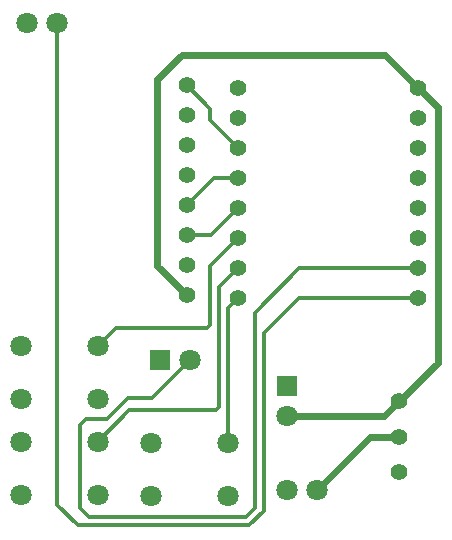
<source format=gbr>
%TF.GenerationSoftware,KiCad,Pcbnew,9.0.4+1*%
%TF.CreationDate,2025-09-23T18:14:48+02:00*%
%TF.ProjectId,PCB,5043422e-6b69-4636-9164-5f7063625858,rev?*%
%TF.SameCoordinates,Original*%
%TF.FileFunction,Copper,L1,Top*%
%TF.FilePolarity,Positive*%
%FSLAX46Y46*%
G04 Gerber Fmt 4.6, Leading zero omitted, Abs format (unit mm)*
G04 Created by KiCad (PCBNEW 9.0.4+1) date 2025-09-23 18:14:48*
%MOMM*%
%LPD*%
G01*
G04 APERTURE LIST*
%TA.AperFunction,ComponentPad*%
%ADD10C,1.800000*%
%TD*%
%TA.AperFunction,ComponentPad*%
%ADD11C,1.400000*%
%TD*%
%TA.AperFunction,ComponentPad*%
%ADD12R,1.800000X1.800000*%
%TD*%
%TA.AperFunction,Conductor*%
%ADD13C,0.300000*%
%TD*%
%TA.AperFunction,Conductor*%
%ADD14C,0.600000*%
%TD*%
G04 APERTURE END LIST*
D10*
%TO.P,J1,1,Pin_1*%
%TO.N,GND*%
X-209540000Y12500000D03*
%TO.P,J1,2,Pin_2*%
%TO.N,Net-(J1-Pin_2)*%
X-207000000Y12500000D03*
%TD*%
%TO.P,J2,1,Pin_1*%
%TO.N,GND*%
X-187540000Y-27000000D03*
%TO.P,J2,2,Pin_2*%
%TO.N,Net-(J2-Pin_2)*%
X-185000000Y-27000000D03*
%TD*%
D11*
%TO.P,U1,0*%
%TO.N,Net-(J1-Pin_2)*%
X-176385000Y-10755000D03*
%TO.P,U1,1*%
%TO.N,Net-(D1-A)*%
X-176385000Y-8215000D03*
%TO.P,U1,2*%
%TO.N,unconnected-(U1-Pad2)*%
X-176385000Y-5675000D03*
%TO.P,U1,3*%
%TO.N,unconnected-(U1-Pad3)*%
X-176385000Y-3135000D03*
%TO.P,U1,3V3,3V3*%
%TO.N,unconnected-(U1-Pad3V3)*%
X-176385000Y1945000D03*
%TO.P,U1,4*%
%TO.N,unconnected-(U1-Pad4)*%
X-176385000Y-595000D03*
%TO.P,U1,5*%
%TO.N,unconnected-(U1-Pad5)*%
X-191625000Y7025000D03*
%TO.P,U1,5V,5V*%
%TO.N,VCC*%
X-176385000Y7025000D03*
%TO.P,U1,6*%
%TO.N,unconnected-(U1-Pad6)*%
X-191625000Y4485000D03*
%TO.P,U1,7*%
%TO.N,Net-(U2-INT)*%
X-191625000Y1945000D03*
%TO.P,U1,8,SDA*%
%TO.N,Net-(U1-SDA)*%
X-191625000Y-595000D03*
%TO.P,U1,9,SCL*%
%TO.N,Net-(U1-SCL)*%
X-191625000Y-3135000D03*
%TO.P,U1,10*%
%TO.N,Net-(SW1-Pad1)*%
X-191625000Y-5675000D03*
%TO.P,U1,20*%
%TO.N,Net-(SW2-Pad1)*%
X-191625000Y-8215000D03*
%TO.P,U1,21*%
%TO.N,Net-(SW3-Pad1)*%
X-191625000Y-10755000D03*
%TO.P,U1,GND,GND*%
%TO.N,GND*%
X-176385000Y4485000D03*
%TD*%
%TO.P,SW4,1,A*%
%TO.N,VCC*%
X-178000000Y-19500000D03*
%TO.P,SW4,2,B*%
%TO.N,Net-(J2-Pin_2)*%
X-178000000Y-22500000D03*
%TO.P,SW4,3,C*%
%TO.N,unconnected-(SW4A-C-Pad3)*%
X-178000000Y-25500000D03*
%TD*%
D10*
%TO.P,SW2,1,1*%
%TO.N,Net-(SW2-Pad1)*%
X-203500000Y-22900000D03*
%TO.P,SW2,2,2*%
%TO.N,unconnected-(SW2-Pad2)*%
X-210000000Y-22900000D03*
%TO.P,SW2,3,K*%
%TO.N,unconnected-(SW2-K-Pad3)*%
X-210000000Y-27400000D03*
%TO.P,SW2,4,A*%
%TO.N,GND*%
X-203500000Y-27400000D03*
%TD*%
D11*
%TO.P,U2,1,VCC*%
%TO.N,VCC*%
X-196000000Y-10500000D03*
%TO.P,U2,2,GND*%
%TO.N,GND*%
X-196000000Y-7960000D03*
%TO.P,U2,3,SCL*%
%TO.N,Net-(U1-SCL)*%
X-196000000Y-5420000D03*
%TO.P,U2,4,SDA*%
%TO.N,Net-(U1-SDA)*%
X-196000000Y-2880000D03*
%TO.P,U2,5,XDA*%
%TO.N,unconnected-(U2-XDA-Pad5)*%
X-196000000Y-340000D03*
%TO.P,U2,6,XCL*%
%TO.N,unconnected-(U2-XCL-Pad6)*%
X-196000000Y2200000D03*
%TO.P,U2,7,ADO*%
%TO.N,unconnected-(U2-ADO-Pad7)*%
X-196000000Y4740000D03*
%TO.P,U2,8,INT*%
%TO.N,Net-(U2-INT)*%
X-196000000Y7280000D03*
%TD*%
D10*
%TO.P,SW3,1,1*%
%TO.N,Net-(SW3-Pad1)*%
X-192500000Y-23000000D03*
%TO.P,SW3,2,2*%
%TO.N,unconnected-(SW3-Pad2)*%
X-199000000Y-23000000D03*
%TO.P,SW3,3,K*%
%TO.N,unconnected-(SW3-K-Pad3)*%
X-199000000Y-27500000D03*
%TO.P,SW3,4,A*%
%TO.N,GND*%
X-192500000Y-27500000D03*
%TD*%
D12*
%TO.P,D1,1,K*%
%TO.N,GND*%
X-198270000Y-16000000D03*
D10*
%TO.P,D1,2,A*%
%TO.N,Net-(D1-A)*%
X-195730000Y-16000000D03*
%TD*%
D12*
%TO.P,D2,1,K*%
%TO.N,GND*%
X-187500000Y-18230000D03*
D10*
%TO.P,D2,2,A*%
%TO.N,VCC*%
X-187500000Y-20770000D03*
%TD*%
%TO.P,SW1,1,1*%
%TO.N,Net-(SW1-Pad1)*%
X-203500000Y-14800000D03*
%TO.P,SW1,2,2*%
%TO.N,unconnected-(SW1-Pad2)*%
X-210000000Y-14800000D03*
%TO.P,SW1,3,K*%
%TO.N,unconnected-(SW1-K-Pad3)*%
X-210000000Y-19300000D03*
%TO.P,SW1,4,A*%
%TO.N,GND*%
X-203500000Y-19300000D03*
%TD*%
D13*
%TO.N,Net-(D1-A)*%
X-202750000Y-21000000D02*
X-201000000Y-19250000D01*
X-190250000Y-28500000D02*
X-191000000Y-29250000D01*
X-190250000Y-12000000D02*
X-190250000Y-28500000D01*
X-205000000Y-28500000D02*
X-205000000Y-21500000D01*
X-201000000Y-19250000D02*
X-198980000Y-19250000D01*
X-186465000Y-8215000D02*
X-190250000Y-12000000D01*
X-191000000Y-29250000D02*
X-204250000Y-29250000D01*
X-204500000Y-21000000D02*
X-202750000Y-21000000D01*
X-176385000Y-8215000D02*
X-186465000Y-8215000D01*
X-198980000Y-19250000D02*
X-195730000Y-16000000D01*
X-204250000Y-29250000D02*
X-205000000Y-28500000D01*
X-205000000Y-21500000D02*
X-204500000Y-21000000D01*
D14*
%TO.N,VCC*%
X-198500000Y7750000D02*
X-198500000Y-8000000D01*
X-196433978Y9816022D02*
X-198500000Y7750000D01*
X-179270000Y-20770000D02*
X-187500000Y-20770000D01*
X-174750000Y-16250000D02*
X-174750000Y5390000D01*
X-178000000Y-19500000D02*
X-179270000Y-20770000D01*
X-178000000Y-19500000D02*
X-174750000Y-16250000D01*
X-198500000Y-8000000D02*
X-196000000Y-10500000D01*
X-179176022Y9816022D02*
X-196433978Y9816022D01*
X-176385000Y7025000D02*
X-179176022Y9816022D01*
X-174750000Y5390000D02*
X-176385000Y7025000D01*
D13*
%TO.N,Net-(J1-Pin_2)*%
X-189500000Y-28750000D02*
X-190750000Y-30000000D01*
X-186505000Y-10755000D02*
X-189500000Y-13750000D01*
X-190750000Y-30000000D02*
X-205250000Y-30000000D01*
X-176385000Y-10755000D02*
X-186505000Y-10755000D01*
X-207000000Y-28250000D02*
X-207000000Y12500000D01*
X-205250000Y-30000000D02*
X-207000000Y-28250000D01*
X-189500000Y-13750000D02*
X-189500000Y-28750000D01*
D14*
%TO.N,Net-(J2-Pin_2)*%
X-180500000Y-22500000D02*
X-178000000Y-22500000D01*
X-185000000Y-27000000D02*
X-180500000Y-22500000D01*
D13*
%TO.N,Net-(SW1-Pad1)*%
X-194000000Y-8050000D02*
X-194000000Y-8750000D01*
X-203500000Y-14800000D02*
X-201950000Y-13250000D01*
X-191625000Y-5675000D02*
X-194000000Y-8050000D01*
X-194250000Y-13250000D02*
X-194000000Y-13000000D01*
X-194000000Y-13000000D02*
X-194000000Y-8750000D01*
X-201950000Y-13250000D02*
X-194250000Y-13250000D01*
%TO.N,Net-(SW2-Pad1)*%
X-193250000Y-20000000D02*
X-193250000Y-9840000D01*
X-200850000Y-20250000D02*
X-193500000Y-20250000D01*
X-193250000Y-9840000D02*
X-191625000Y-8215000D01*
X-203500000Y-22900000D02*
X-200850000Y-20250000D01*
X-193500000Y-20250000D02*
X-193250000Y-20000000D01*
%TO.N,Net-(SW3-Pad1)*%
X-192500000Y-11630000D02*
X-191625000Y-10755000D01*
X-192500000Y-23000000D02*
X-192500000Y-11630000D01*
%TO.N,Net-(U2-INT)*%
X-194000000Y5280000D02*
X-194000000Y4320000D01*
X-196000000Y7280000D02*
X-194000000Y5280000D01*
X-194000000Y4320000D02*
X-191625000Y1945000D01*
%TO.N,Net-(U1-SDA)*%
X-193715000Y-595000D02*
X-196000000Y-2880000D01*
X-191625000Y-595000D02*
X-193715000Y-595000D01*
%TO.N,Net-(U1-SCL)*%
X-193910000Y-5420000D02*
X-191625000Y-3135000D01*
X-196000000Y-5420000D02*
X-193910000Y-5420000D01*
%TD*%
M02*

</source>
